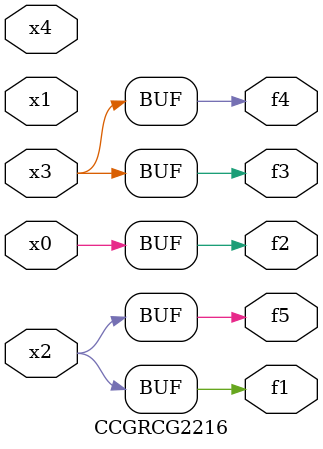
<source format=v>
module CCGRCG2216(
	input x0, x1, x2, x3, x4,
	output f1, f2, f3, f4, f5
);
	assign f1 = x2;
	assign f2 = x0;
	assign f3 = x3;
	assign f4 = x3;
	assign f5 = x2;
endmodule

</source>
